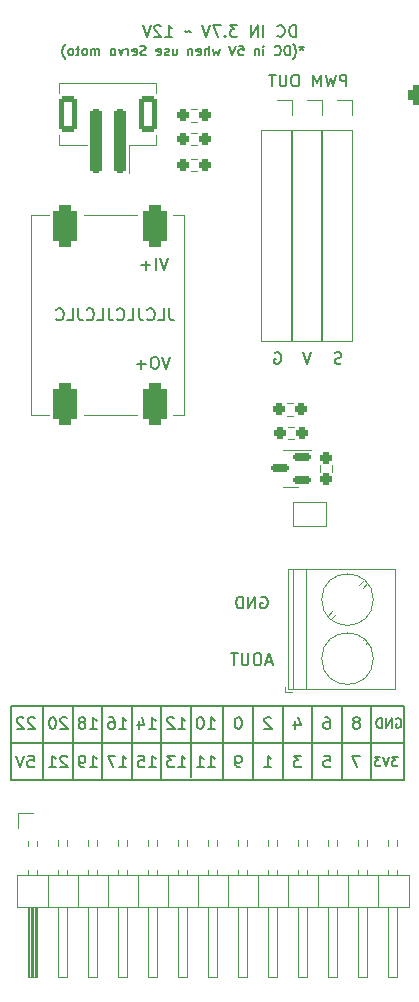
<source format=gbo>
G04 #@! TF.GenerationSoftware,KiCad,Pcbnew,(6.0.7)*
G04 #@! TF.CreationDate,2023-01-29T13:56:44+08:00*
G04 #@! TF.ProjectId,mainBoard,6d61696e-426f-4617-9264-2e6b69636164,rev?*
G04 #@! TF.SameCoordinates,Original*
G04 #@! TF.FileFunction,Legend,Bot*
G04 #@! TF.FilePolarity,Positive*
%FSLAX46Y46*%
G04 Gerber Fmt 4.6, Leading zero omitted, Abs format (unit mm)*
G04 Created by KiCad (PCBNEW (6.0.7)) date 2023-01-29 13:56:44*
%MOMM*%
%LPD*%
G01*
G04 APERTURE LIST*
G04 Aperture macros list*
%AMRoundRect*
0 Rectangle with rounded corners*
0 $1 Rounding radius*
0 $2 $3 $4 $5 $6 $7 $8 $9 X,Y pos of 4 corners*
0 Add a 4 corners polygon primitive as box body*
4,1,4,$2,$3,$4,$5,$6,$7,$8,$9,$2,$3,0*
0 Add four circle primitives for the rounded corners*
1,1,$1+$1,$2,$3*
1,1,$1+$1,$4,$5*
1,1,$1+$1,$6,$7*
1,1,$1+$1,$8,$9*
0 Add four rect primitives between the rounded corners*
20,1,$1+$1,$2,$3,$4,$5,0*
20,1,$1+$1,$4,$5,$6,$7,0*
20,1,$1+$1,$6,$7,$8,$9,0*
20,1,$1+$1,$8,$9,$2,$3,0*%
G04 Aperture macros list end*
%ADD10C,0.150000*%
%ADD11C,0.120000*%
%ADD12R,1.700000X1.700000*%
%ADD13O,1.700000X1.700000*%
%ADD14C,3.000000*%
%ADD15RoundRect,0.425000X-0.425000X-0.425000X0.425000X-0.425000X0.425000X0.425000X-0.425000X0.425000X0*%
%ADD16C,1.700000*%
%ADD17C,2.100000*%
%ADD18RoundRect,0.237500X0.237500X-0.250000X0.237500X0.250000X-0.237500X0.250000X-0.237500X-0.250000X0*%
%ADD19RoundRect,0.500000X-0.500000X1.250000X-0.500000X-1.250000X0.500000X-1.250000X0.500000X1.250000X0*%
%ADD20R,1.000000X1.500000*%
%ADD21RoundRect,0.150000X0.587500X0.150000X-0.587500X0.150000X-0.587500X-0.150000X0.587500X-0.150000X0*%
%ADD22RoundRect,0.237500X0.250000X0.237500X-0.250000X0.237500X-0.250000X-0.237500X0.250000X-0.237500X0*%
%ADD23R,2.600000X2.600000*%
%ADD24C,2.600000*%
%ADD25RoundRect,0.250000X0.250000X2.500000X-0.250000X2.500000X-0.250000X-2.500000X0.250000X-2.500000X0*%
%ADD26RoundRect,0.250000X0.550000X1.250000X-0.550000X1.250000X-0.550000X-1.250000X0.550000X-1.250000X0*%
%ADD27RoundRect,0.237500X-0.250000X-0.237500X0.250000X-0.237500X0.250000X0.237500X-0.250000X0.237500X0*%
G04 APERTURE END LIST*
D10*
X141750000Y-122000000D02*
X141750000Y-128250000D01*
X131500000Y-125125000D02*
X164750000Y-125125000D01*
X139250000Y-122000000D02*
X139250000Y-128250000D01*
X131500000Y-122000000D02*
X164750000Y-122000000D01*
X164750000Y-122000000D02*
X164750000Y-128250000D01*
X164750000Y-128250000D02*
X131500000Y-128250000D01*
X131500000Y-128250000D02*
X131500000Y-122000000D01*
X149500000Y-122000000D02*
X149500000Y-128250000D01*
X152000000Y-128250000D02*
X152000000Y-122000000D01*
X157000000Y-122000000D02*
X157000000Y-128250000D01*
X136750000Y-122000000D02*
X136750000Y-128250000D01*
X154500000Y-122000000D02*
X154500000Y-128250000D01*
X159500000Y-122000000D02*
X159500000Y-128250000D01*
X162000000Y-122000000D02*
X162000000Y-128250000D01*
X146750000Y-122000000D02*
X146750000Y-128000000D01*
X144250000Y-122000000D02*
X144250000Y-128250000D01*
X134250000Y-122000000D02*
X134250000Y-128250000D01*
X155629714Y-65349380D02*
X155629714Y-64349380D01*
X155391619Y-64349380D01*
X155248761Y-64397000D01*
X155153523Y-64492238D01*
X155105904Y-64587476D01*
X155058285Y-64777952D01*
X155058285Y-64920809D01*
X155105904Y-65111285D01*
X155153523Y-65206523D01*
X155248761Y-65301761D01*
X155391619Y-65349380D01*
X155629714Y-65349380D01*
X154058285Y-65254142D02*
X154105904Y-65301761D01*
X154248761Y-65349380D01*
X154344000Y-65349380D01*
X154486857Y-65301761D01*
X154582095Y-65206523D01*
X154629714Y-65111285D01*
X154677333Y-64920809D01*
X154677333Y-64777952D01*
X154629714Y-64587476D01*
X154582095Y-64492238D01*
X154486857Y-64397000D01*
X154344000Y-64349380D01*
X154248761Y-64349380D01*
X154105904Y-64397000D01*
X154058285Y-64444619D01*
X152867809Y-65349380D02*
X152867809Y-64349380D01*
X152391619Y-65349380D02*
X152391619Y-64349380D01*
X151820190Y-65349380D01*
X151820190Y-64349380D01*
X150677333Y-64349380D02*
X150058285Y-64349380D01*
X150391619Y-64730333D01*
X150248761Y-64730333D01*
X150153523Y-64777952D01*
X150105904Y-64825571D01*
X150058285Y-64920809D01*
X150058285Y-65158904D01*
X150105904Y-65254142D01*
X150153523Y-65301761D01*
X150248761Y-65349380D01*
X150534476Y-65349380D01*
X150629714Y-65301761D01*
X150677333Y-65254142D01*
X149629714Y-65254142D02*
X149582095Y-65301761D01*
X149629714Y-65349380D01*
X149677333Y-65301761D01*
X149629714Y-65254142D01*
X149629714Y-65349380D01*
X149248761Y-64349380D02*
X148582095Y-64349380D01*
X149010666Y-65349380D01*
X148344000Y-64349380D02*
X148010666Y-65349380D01*
X147677333Y-64349380D01*
X146724952Y-64968428D02*
X146677333Y-64920809D01*
X146582095Y-64873190D01*
X146391619Y-64968428D01*
X146296380Y-64920809D01*
X146248761Y-64873190D01*
X144582095Y-65349380D02*
X145153523Y-65349380D01*
X144867809Y-65349380D02*
X144867809Y-64349380D01*
X144963047Y-64492238D01*
X145058285Y-64587476D01*
X145153523Y-64635095D01*
X144201142Y-64444619D02*
X144153523Y-64397000D01*
X144058285Y-64349380D01*
X143820190Y-64349380D01*
X143724952Y-64397000D01*
X143677333Y-64444619D01*
X143629714Y-64539857D01*
X143629714Y-64635095D01*
X143677333Y-64777952D01*
X144248761Y-65349380D01*
X143629714Y-65349380D01*
X143344000Y-64349380D02*
X143010666Y-65349380D01*
X142677333Y-64349380D01*
X143190476Y-127202380D02*
X143761904Y-127202380D01*
X143476190Y-127202380D02*
X143476190Y-126202380D01*
X143571428Y-126345238D01*
X143666666Y-126440476D01*
X143761904Y-126488095D01*
X142285714Y-126202380D02*
X142761904Y-126202380D01*
X142809523Y-126678571D01*
X142761904Y-126630952D01*
X142666666Y-126583333D01*
X142428571Y-126583333D01*
X142333333Y-126630952D01*
X142285714Y-126678571D01*
X142238095Y-126773809D01*
X142238095Y-127011904D01*
X142285714Y-127107142D01*
X142333333Y-127154761D01*
X142428571Y-127202380D01*
X142666666Y-127202380D01*
X142761904Y-127154761D01*
X142809523Y-127107142D01*
X140690476Y-123952380D02*
X141261904Y-123952380D01*
X140976190Y-123952380D02*
X140976190Y-122952380D01*
X141071428Y-123095238D01*
X141166666Y-123190476D01*
X141261904Y-123238095D01*
X139833333Y-122952380D02*
X140023809Y-122952380D01*
X140119047Y-123000000D01*
X140166666Y-123047619D01*
X140261904Y-123190476D01*
X140309523Y-123380952D01*
X140309523Y-123761904D01*
X140261904Y-123857142D01*
X140214285Y-123904761D01*
X140119047Y-123952380D01*
X139928571Y-123952380D01*
X139833333Y-123904761D01*
X139785714Y-123857142D01*
X139738095Y-123761904D01*
X139738095Y-123523809D01*
X139785714Y-123428571D01*
X139833333Y-123380952D01*
X139928571Y-123333333D01*
X140119047Y-123333333D01*
X140214285Y-123380952D01*
X140261904Y-123428571D01*
X140309523Y-123523809D01*
X145690476Y-123952380D02*
X146261904Y-123952380D01*
X145976190Y-123952380D02*
X145976190Y-122952380D01*
X146071428Y-123095238D01*
X146166666Y-123190476D01*
X146261904Y-123238095D01*
X145309523Y-123047619D02*
X145261904Y-123000000D01*
X145166666Y-122952380D01*
X144928571Y-122952380D01*
X144833333Y-123000000D01*
X144785714Y-123047619D01*
X144738095Y-123142857D01*
X144738095Y-123238095D01*
X144785714Y-123380952D01*
X145357142Y-123952380D01*
X144738095Y-123952380D01*
X164109523Y-123100000D02*
X164185714Y-123061904D01*
X164300000Y-123061904D01*
X164414285Y-123100000D01*
X164490476Y-123176190D01*
X164528571Y-123252380D01*
X164566666Y-123404761D01*
X164566666Y-123519047D01*
X164528571Y-123671428D01*
X164490476Y-123747619D01*
X164414285Y-123823809D01*
X164300000Y-123861904D01*
X164223809Y-123861904D01*
X164109523Y-123823809D01*
X164071428Y-123785714D01*
X164071428Y-123519047D01*
X164223809Y-123519047D01*
X163728571Y-123861904D02*
X163728571Y-123061904D01*
X163271428Y-123861904D01*
X163271428Y-123061904D01*
X162890476Y-123861904D02*
X162890476Y-123061904D01*
X162700000Y-123061904D01*
X162585714Y-123100000D01*
X162509523Y-123176190D01*
X162471428Y-123252380D01*
X162433333Y-123404761D01*
X162433333Y-123519047D01*
X162471428Y-123671428D01*
X162509523Y-123747619D01*
X162585714Y-123823809D01*
X162700000Y-123861904D01*
X162890476Y-123861904D01*
X158011904Y-126202380D02*
X158488095Y-126202380D01*
X158535714Y-126678571D01*
X158488095Y-126630952D01*
X158392857Y-126583333D01*
X158154761Y-126583333D01*
X158059523Y-126630952D01*
X158011904Y-126678571D01*
X157964285Y-126773809D01*
X157964285Y-127011904D01*
X158011904Y-127107142D01*
X158059523Y-127154761D01*
X158154761Y-127202380D01*
X158392857Y-127202380D01*
X158488095Y-127154761D01*
X158535714Y-127107142D01*
X159914285Y-69552380D02*
X159914285Y-68552380D01*
X159533333Y-68552380D01*
X159438095Y-68600000D01*
X159390476Y-68647619D01*
X159342857Y-68742857D01*
X159342857Y-68885714D01*
X159390476Y-68980952D01*
X159438095Y-69028571D01*
X159533333Y-69076190D01*
X159914285Y-69076190D01*
X159009523Y-68552380D02*
X158771428Y-69552380D01*
X158580952Y-68838095D01*
X158390476Y-69552380D01*
X158152380Y-68552380D01*
X157771428Y-69552380D02*
X157771428Y-68552380D01*
X157438095Y-69266666D01*
X157104761Y-68552380D01*
X157104761Y-69552380D01*
X155676190Y-68552380D02*
X155485714Y-68552380D01*
X155390476Y-68600000D01*
X155295238Y-68695238D01*
X155247619Y-68885714D01*
X155247619Y-69219047D01*
X155295238Y-69409523D01*
X155390476Y-69504761D01*
X155485714Y-69552380D01*
X155676190Y-69552380D01*
X155771428Y-69504761D01*
X155866666Y-69409523D01*
X155914285Y-69219047D01*
X155914285Y-68885714D01*
X155866666Y-68695238D01*
X155771428Y-68600000D01*
X155676190Y-68552380D01*
X154819047Y-68552380D02*
X154819047Y-69361904D01*
X154771428Y-69457142D01*
X154723809Y-69504761D01*
X154628571Y-69552380D01*
X154438095Y-69552380D01*
X154342857Y-69504761D01*
X154295238Y-69457142D01*
X154247619Y-69361904D01*
X154247619Y-68552380D01*
X153914285Y-68552380D02*
X153342857Y-68552380D01*
X153628571Y-69552380D02*
X153628571Y-68552380D01*
X148190476Y-127202380D02*
X148761904Y-127202380D01*
X148476190Y-127202380D02*
X148476190Y-126202380D01*
X148571428Y-126345238D01*
X148666666Y-126440476D01*
X148761904Y-126488095D01*
X147238095Y-127202380D02*
X147809523Y-127202380D01*
X147523809Y-127202380D02*
X147523809Y-126202380D01*
X147619047Y-126345238D01*
X147714285Y-126440476D01*
X147809523Y-126488095D01*
X160845238Y-123380952D02*
X160940476Y-123333333D01*
X160988095Y-123285714D01*
X161035714Y-123190476D01*
X161035714Y-123142857D01*
X160988095Y-123047619D01*
X160940476Y-123000000D01*
X160845238Y-122952380D01*
X160654761Y-122952380D01*
X160559523Y-123000000D01*
X160511904Y-123047619D01*
X160464285Y-123142857D01*
X160464285Y-123190476D01*
X160511904Y-123285714D01*
X160559523Y-123333333D01*
X160654761Y-123380952D01*
X160845238Y-123380952D01*
X160940476Y-123428571D01*
X160988095Y-123476190D01*
X161035714Y-123571428D01*
X161035714Y-123761904D01*
X160988095Y-123857142D01*
X160940476Y-123904761D01*
X160845238Y-123952380D01*
X160654761Y-123952380D01*
X160559523Y-123904761D01*
X160511904Y-123857142D01*
X160464285Y-123761904D01*
X160464285Y-123571428D01*
X160511904Y-123476190D01*
X160559523Y-123428571D01*
X160654761Y-123380952D01*
X140690476Y-127202380D02*
X141261904Y-127202380D01*
X140976190Y-127202380D02*
X140976190Y-126202380D01*
X141071428Y-126345238D01*
X141166666Y-126440476D01*
X141261904Y-126488095D01*
X140357142Y-126202380D02*
X139690476Y-126202380D01*
X140119047Y-127202380D01*
X132940476Y-126202380D02*
X133416666Y-126202380D01*
X133464285Y-126678571D01*
X133416666Y-126630952D01*
X133321428Y-126583333D01*
X133083333Y-126583333D01*
X132988095Y-126630952D01*
X132940476Y-126678571D01*
X132892857Y-126773809D01*
X132892857Y-127011904D01*
X132940476Y-127107142D01*
X132988095Y-127154761D01*
X133083333Y-127202380D01*
X133321428Y-127202380D01*
X133416666Y-127154761D01*
X133464285Y-127107142D01*
X132607142Y-126202380D02*
X132273809Y-127202380D01*
X131940476Y-126202380D01*
X156933333Y-92052380D02*
X156600000Y-93052380D01*
X156266666Y-92052380D01*
X150940476Y-127202380D02*
X150750000Y-127202380D01*
X150654761Y-127154761D01*
X150607142Y-127107142D01*
X150511904Y-126964285D01*
X150464285Y-126773809D01*
X150464285Y-126392857D01*
X150511904Y-126297619D01*
X150559523Y-126250000D01*
X150654761Y-126202380D01*
X150845238Y-126202380D01*
X150940476Y-126250000D01*
X150988095Y-126297619D01*
X151035714Y-126392857D01*
X151035714Y-126630952D01*
X150988095Y-126726190D01*
X150940476Y-126773809D01*
X150845238Y-126821428D01*
X150654761Y-126821428D01*
X150559523Y-126773809D01*
X150511904Y-126726190D01*
X150464285Y-126630952D01*
X158059523Y-122952380D02*
X158250000Y-122952380D01*
X158345238Y-123000000D01*
X158392857Y-123047619D01*
X158488095Y-123190476D01*
X158535714Y-123380952D01*
X158535714Y-123761904D01*
X158488095Y-123857142D01*
X158440476Y-123904761D01*
X158345238Y-123952380D01*
X158154761Y-123952380D01*
X158059523Y-123904761D01*
X158011904Y-123857142D01*
X157964285Y-123761904D01*
X157964285Y-123523809D01*
X158011904Y-123428571D01*
X158059523Y-123380952D01*
X158154761Y-123333333D01*
X158345238Y-123333333D01*
X158440476Y-123380952D01*
X158488095Y-123428571D01*
X158535714Y-123523809D01*
X153838095Y-92100000D02*
X153933333Y-92052380D01*
X154076190Y-92052380D01*
X154219047Y-92100000D01*
X154314285Y-92195238D01*
X154361904Y-92290476D01*
X154409523Y-92480952D01*
X154409523Y-92623809D01*
X154361904Y-92814285D01*
X154314285Y-92909523D01*
X154219047Y-93004761D01*
X154076190Y-93052380D01*
X153980952Y-93052380D01*
X153838095Y-93004761D01*
X153790476Y-92957142D01*
X153790476Y-92623809D01*
X153980952Y-92623809D01*
X148190476Y-123952380D02*
X148761904Y-123952380D01*
X148476190Y-123952380D02*
X148476190Y-122952380D01*
X148571428Y-123095238D01*
X148666666Y-123190476D01*
X148761904Y-123238095D01*
X147571428Y-122952380D02*
X147476190Y-122952380D01*
X147380952Y-123000000D01*
X147333333Y-123047619D01*
X147285714Y-123142857D01*
X147238095Y-123333333D01*
X147238095Y-123571428D01*
X147285714Y-123761904D01*
X147333333Y-123857142D01*
X147380952Y-123904761D01*
X147476190Y-123952380D01*
X147571428Y-123952380D01*
X147666666Y-123904761D01*
X147714285Y-123857142D01*
X147761904Y-123761904D01*
X147809523Y-123571428D01*
X147809523Y-123333333D01*
X147761904Y-123142857D01*
X147714285Y-123047619D01*
X147666666Y-123000000D01*
X147571428Y-122952380D01*
X133511904Y-123047619D02*
X133464285Y-123000000D01*
X133369047Y-122952380D01*
X133130952Y-122952380D01*
X133035714Y-123000000D01*
X132988095Y-123047619D01*
X132940476Y-123142857D01*
X132940476Y-123238095D01*
X132988095Y-123380952D01*
X133559523Y-123952380D01*
X132940476Y-123952380D01*
X132559523Y-123047619D02*
X132511904Y-123000000D01*
X132416666Y-122952380D01*
X132178571Y-122952380D01*
X132083333Y-123000000D01*
X132035714Y-123047619D01*
X131988095Y-123142857D01*
X131988095Y-123238095D01*
X132035714Y-123380952D01*
X132607142Y-123952380D01*
X131988095Y-123952380D01*
X153535714Y-123047619D02*
X153488095Y-123000000D01*
X153392857Y-122952380D01*
X153154761Y-122952380D01*
X153059523Y-123000000D01*
X153011904Y-123047619D01*
X152964285Y-123142857D01*
X152964285Y-123238095D01*
X153011904Y-123380952D01*
X153583333Y-123952380D01*
X152964285Y-123952380D01*
X164240476Y-126311904D02*
X163745238Y-126311904D01*
X164011904Y-126616666D01*
X163897619Y-126616666D01*
X163821428Y-126654761D01*
X163783333Y-126692857D01*
X163745238Y-126769047D01*
X163745238Y-126959523D01*
X163783333Y-127035714D01*
X163821428Y-127073809D01*
X163897619Y-127111904D01*
X164126190Y-127111904D01*
X164202380Y-127073809D01*
X164240476Y-127035714D01*
X163516666Y-126311904D02*
X163250000Y-127111904D01*
X162983333Y-126311904D01*
X162792857Y-126311904D02*
X162297619Y-126311904D01*
X162564285Y-126616666D01*
X162450000Y-126616666D01*
X162373809Y-126654761D01*
X162335714Y-126692857D01*
X162297619Y-126769047D01*
X162297619Y-126959523D01*
X162335714Y-127035714D01*
X162373809Y-127073809D01*
X162450000Y-127111904D01*
X162678571Y-127111904D01*
X162754761Y-127073809D01*
X162792857Y-127035714D01*
X159485714Y-93004761D02*
X159342857Y-93052380D01*
X159104761Y-93052380D01*
X159009523Y-93004761D01*
X158961904Y-92957142D01*
X158914285Y-92861904D01*
X158914285Y-92766666D01*
X158961904Y-92671428D01*
X159009523Y-92623809D01*
X159104761Y-92576190D01*
X159295238Y-92528571D01*
X159390476Y-92480952D01*
X159438095Y-92433333D01*
X159485714Y-92338095D01*
X159485714Y-92242857D01*
X159438095Y-92147619D01*
X159390476Y-92100000D01*
X159295238Y-92052380D01*
X159057142Y-92052380D01*
X158914285Y-92100000D01*
X155559523Y-123285714D02*
X155559523Y-123952380D01*
X155797619Y-122904761D02*
X156035714Y-123619047D01*
X155416666Y-123619047D01*
X145690476Y-127202380D02*
X146261904Y-127202380D01*
X145976190Y-127202380D02*
X145976190Y-126202380D01*
X146071428Y-126345238D01*
X146166666Y-126440476D01*
X146261904Y-126488095D01*
X145357142Y-126202380D02*
X144738095Y-126202380D01*
X145071428Y-126583333D01*
X144928571Y-126583333D01*
X144833333Y-126630952D01*
X144785714Y-126678571D01*
X144738095Y-126773809D01*
X144738095Y-127011904D01*
X144785714Y-127107142D01*
X144833333Y-127154761D01*
X144928571Y-127202380D01*
X145214285Y-127202380D01*
X145309523Y-127154761D01*
X145357142Y-127107142D01*
X156126190Y-66109904D02*
X156126190Y-66300380D01*
X156316666Y-66224190D02*
X156126190Y-66300380D01*
X155935714Y-66224190D01*
X156240476Y-66452761D02*
X156126190Y-66300380D01*
X156011904Y-66452761D01*
X155402380Y-67214666D02*
X155440476Y-67176571D01*
X155516666Y-67062285D01*
X155554761Y-66986095D01*
X155592857Y-66871809D01*
X155630952Y-66681333D01*
X155630952Y-66528952D01*
X155592857Y-66338476D01*
X155554761Y-66224190D01*
X155516666Y-66148000D01*
X155440476Y-66033714D01*
X155402380Y-65995619D01*
X155097619Y-66909904D02*
X155097619Y-66109904D01*
X154907142Y-66109904D01*
X154792857Y-66148000D01*
X154716666Y-66224190D01*
X154678571Y-66300380D01*
X154640476Y-66452761D01*
X154640476Y-66567047D01*
X154678571Y-66719428D01*
X154716666Y-66795619D01*
X154792857Y-66871809D01*
X154907142Y-66909904D01*
X155097619Y-66909904D01*
X153840476Y-66833714D02*
X153878571Y-66871809D01*
X153992857Y-66909904D01*
X154069047Y-66909904D01*
X154183333Y-66871809D01*
X154259523Y-66795619D01*
X154297619Y-66719428D01*
X154335714Y-66567047D01*
X154335714Y-66452761D01*
X154297619Y-66300380D01*
X154259523Y-66224190D01*
X154183333Y-66148000D01*
X154069047Y-66109904D01*
X153992857Y-66109904D01*
X153878571Y-66148000D01*
X153840476Y-66186095D01*
X152888095Y-66909904D02*
X152888095Y-66376571D01*
X152888095Y-66109904D02*
X152926190Y-66148000D01*
X152888095Y-66186095D01*
X152850000Y-66148000D01*
X152888095Y-66109904D01*
X152888095Y-66186095D01*
X152507142Y-66376571D02*
X152507142Y-66909904D01*
X152507142Y-66452761D02*
X152469047Y-66414666D01*
X152392857Y-66376571D01*
X152278571Y-66376571D01*
X152202380Y-66414666D01*
X152164285Y-66490857D01*
X152164285Y-66909904D01*
X150792857Y-66109904D02*
X151173809Y-66109904D01*
X151211904Y-66490857D01*
X151173809Y-66452761D01*
X151097619Y-66414666D01*
X150907142Y-66414666D01*
X150830952Y-66452761D01*
X150792857Y-66490857D01*
X150754761Y-66567047D01*
X150754761Y-66757523D01*
X150792857Y-66833714D01*
X150830952Y-66871809D01*
X150907142Y-66909904D01*
X151097619Y-66909904D01*
X151173809Y-66871809D01*
X151211904Y-66833714D01*
X150526190Y-66109904D02*
X150259523Y-66909904D01*
X149992857Y-66109904D01*
X149192857Y-66376571D02*
X149040476Y-66909904D01*
X148888095Y-66528952D01*
X148735714Y-66909904D01*
X148583333Y-66376571D01*
X148278571Y-66909904D02*
X148278571Y-66109904D01*
X147935714Y-66909904D02*
X147935714Y-66490857D01*
X147973809Y-66414666D01*
X148050000Y-66376571D01*
X148164285Y-66376571D01*
X148240476Y-66414666D01*
X148278571Y-66452761D01*
X147250000Y-66871809D02*
X147326190Y-66909904D01*
X147478571Y-66909904D01*
X147554761Y-66871809D01*
X147592857Y-66795619D01*
X147592857Y-66490857D01*
X147554761Y-66414666D01*
X147478571Y-66376571D01*
X147326190Y-66376571D01*
X147250000Y-66414666D01*
X147211904Y-66490857D01*
X147211904Y-66567047D01*
X147592857Y-66643238D01*
X146869047Y-66376571D02*
X146869047Y-66909904D01*
X146869047Y-66452761D02*
X146830952Y-66414666D01*
X146754761Y-66376571D01*
X146640476Y-66376571D01*
X146564285Y-66414666D01*
X146526190Y-66490857D01*
X146526190Y-66909904D01*
X145192857Y-66376571D02*
X145192857Y-66909904D01*
X145535714Y-66376571D02*
X145535714Y-66795619D01*
X145497619Y-66871809D01*
X145421428Y-66909904D01*
X145307142Y-66909904D01*
X145230952Y-66871809D01*
X145192857Y-66833714D01*
X144850000Y-66871809D02*
X144773809Y-66909904D01*
X144621428Y-66909904D01*
X144545238Y-66871809D01*
X144507142Y-66795619D01*
X144507142Y-66757523D01*
X144545238Y-66681333D01*
X144621428Y-66643238D01*
X144735714Y-66643238D01*
X144811904Y-66605142D01*
X144850000Y-66528952D01*
X144850000Y-66490857D01*
X144811904Y-66414666D01*
X144735714Y-66376571D01*
X144621428Y-66376571D01*
X144545238Y-66414666D01*
X143859523Y-66871809D02*
X143935714Y-66909904D01*
X144088095Y-66909904D01*
X144164285Y-66871809D01*
X144202380Y-66795619D01*
X144202380Y-66490857D01*
X144164285Y-66414666D01*
X144088095Y-66376571D01*
X143935714Y-66376571D01*
X143859523Y-66414666D01*
X143821428Y-66490857D01*
X143821428Y-66567047D01*
X144202380Y-66643238D01*
X142907142Y-66871809D02*
X142792857Y-66909904D01*
X142602380Y-66909904D01*
X142526190Y-66871809D01*
X142488095Y-66833714D01*
X142450000Y-66757523D01*
X142450000Y-66681333D01*
X142488095Y-66605142D01*
X142526190Y-66567047D01*
X142602380Y-66528952D01*
X142754761Y-66490857D01*
X142830952Y-66452761D01*
X142869047Y-66414666D01*
X142907142Y-66338476D01*
X142907142Y-66262285D01*
X142869047Y-66186095D01*
X142830952Y-66148000D01*
X142754761Y-66109904D01*
X142564285Y-66109904D01*
X142450000Y-66148000D01*
X141802380Y-66871809D02*
X141878571Y-66909904D01*
X142030952Y-66909904D01*
X142107142Y-66871809D01*
X142145238Y-66795619D01*
X142145238Y-66490857D01*
X142107142Y-66414666D01*
X142030952Y-66376571D01*
X141878571Y-66376571D01*
X141802380Y-66414666D01*
X141764285Y-66490857D01*
X141764285Y-66567047D01*
X142145238Y-66643238D01*
X141421428Y-66909904D02*
X141421428Y-66376571D01*
X141421428Y-66528952D02*
X141383333Y-66452761D01*
X141345238Y-66414666D01*
X141269047Y-66376571D01*
X141192857Y-66376571D01*
X141002380Y-66376571D02*
X140811904Y-66909904D01*
X140621428Y-66376571D01*
X140202380Y-66909904D02*
X140278571Y-66871809D01*
X140316666Y-66833714D01*
X140354761Y-66757523D01*
X140354761Y-66528952D01*
X140316666Y-66452761D01*
X140278571Y-66414666D01*
X140202380Y-66376571D01*
X140088095Y-66376571D01*
X140011904Y-66414666D01*
X139973809Y-66452761D01*
X139935714Y-66528952D01*
X139935714Y-66757523D01*
X139973809Y-66833714D01*
X140011904Y-66871809D01*
X140088095Y-66909904D01*
X140202380Y-66909904D01*
X138983333Y-66909904D02*
X138983333Y-66376571D01*
X138983333Y-66452761D02*
X138945238Y-66414666D01*
X138869047Y-66376571D01*
X138754761Y-66376571D01*
X138678571Y-66414666D01*
X138640476Y-66490857D01*
X138640476Y-66909904D01*
X138640476Y-66490857D02*
X138602380Y-66414666D01*
X138526190Y-66376571D01*
X138411904Y-66376571D01*
X138335714Y-66414666D01*
X138297619Y-66490857D01*
X138297619Y-66909904D01*
X137802380Y-66909904D02*
X137878571Y-66871809D01*
X137916666Y-66833714D01*
X137954761Y-66757523D01*
X137954761Y-66528952D01*
X137916666Y-66452761D01*
X137878571Y-66414666D01*
X137802380Y-66376571D01*
X137688095Y-66376571D01*
X137611904Y-66414666D01*
X137573809Y-66452761D01*
X137535714Y-66528952D01*
X137535714Y-66757523D01*
X137573809Y-66833714D01*
X137611904Y-66871809D01*
X137688095Y-66909904D01*
X137802380Y-66909904D01*
X137307142Y-66376571D02*
X137002380Y-66376571D01*
X137192857Y-66109904D02*
X137192857Y-66795619D01*
X137154761Y-66871809D01*
X137078571Y-66909904D01*
X137002380Y-66909904D01*
X136621428Y-66909904D02*
X136697619Y-66871809D01*
X136735714Y-66833714D01*
X136773809Y-66757523D01*
X136773809Y-66528952D01*
X136735714Y-66452761D01*
X136697619Y-66414666D01*
X136621428Y-66376571D01*
X136507142Y-66376571D01*
X136430952Y-66414666D01*
X136392857Y-66452761D01*
X136354761Y-66528952D01*
X136354761Y-66757523D01*
X136392857Y-66833714D01*
X136430952Y-66871809D01*
X136507142Y-66909904D01*
X136621428Y-66909904D01*
X136088095Y-67214666D02*
X136050000Y-67176571D01*
X135973809Y-67062285D01*
X135935714Y-66986095D01*
X135897619Y-66871809D01*
X135859523Y-66681333D01*
X135859523Y-66528952D01*
X135897619Y-66338476D01*
X135935714Y-66224190D01*
X135973809Y-66148000D01*
X136050000Y-66033714D01*
X136088095Y-65995619D01*
X153566666Y-118266666D02*
X153090476Y-118266666D01*
X153661904Y-118552380D02*
X153328571Y-117552380D01*
X152995238Y-118552380D01*
X152471428Y-117552380D02*
X152280952Y-117552380D01*
X152185714Y-117600000D01*
X152090476Y-117695238D01*
X152042857Y-117885714D01*
X152042857Y-118219047D01*
X152090476Y-118409523D01*
X152185714Y-118504761D01*
X152280952Y-118552380D01*
X152471428Y-118552380D01*
X152566666Y-118504761D01*
X152661904Y-118409523D01*
X152709523Y-118219047D01*
X152709523Y-117885714D01*
X152661904Y-117695238D01*
X152566666Y-117600000D01*
X152471428Y-117552380D01*
X151614285Y-117552380D02*
X151614285Y-118361904D01*
X151566666Y-118457142D01*
X151519047Y-118504761D01*
X151423809Y-118552380D01*
X151233333Y-118552380D01*
X151138095Y-118504761D01*
X151090476Y-118457142D01*
X151042857Y-118361904D01*
X151042857Y-117552380D01*
X150709523Y-117552380D02*
X150138095Y-117552380D01*
X150423809Y-118552380D02*
X150423809Y-117552380D01*
X156083333Y-126202380D02*
X155464285Y-126202380D01*
X155797619Y-126583333D01*
X155654761Y-126583333D01*
X155559523Y-126630952D01*
X155511904Y-126678571D01*
X155464285Y-126773809D01*
X155464285Y-127011904D01*
X155511904Y-127107142D01*
X155559523Y-127154761D01*
X155654761Y-127202380D01*
X155940476Y-127202380D01*
X156035714Y-127154761D01*
X156083333Y-127107142D01*
X152661904Y-112800000D02*
X152757142Y-112752380D01*
X152900000Y-112752380D01*
X153042857Y-112800000D01*
X153138095Y-112895238D01*
X153185714Y-112990476D01*
X153233333Y-113180952D01*
X153233333Y-113323809D01*
X153185714Y-113514285D01*
X153138095Y-113609523D01*
X153042857Y-113704761D01*
X152900000Y-113752380D01*
X152804761Y-113752380D01*
X152661904Y-113704761D01*
X152614285Y-113657142D01*
X152614285Y-113323809D01*
X152804761Y-113323809D01*
X152185714Y-113752380D02*
X152185714Y-112752380D01*
X151614285Y-113752380D01*
X151614285Y-112752380D01*
X151138095Y-113752380D02*
X151138095Y-112752380D01*
X150900000Y-112752380D01*
X150757142Y-112800000D01*
X150661904Y-112895238D01*
X150614285Y-112990476D01*
X150566666Y-113180952D01*
X150566666Y-113323809D01*
X150614285Y-113514285D01*
X150661904Y-113609523D01*
X150757142Y-113704761D01*
X150900000Y-113752380D01*
X151138095Y-113752380D01*
X136261904Y-126297619D02*
X136214285Y-126250000D01*
X136119047Y-126202380D01*
X135880952Y-126202380D01*
X135785714Y-126250000D01*
X135738095Y-126297619D01*
X135690476Y-126392857D01*
X135690476Y-126488095D01*
X135738095Y-126630952D01*
X136309523Y-127202380D01*
X135690476Y-127202380D01*
X134738095Y-127202380D02*
X135309523Y-127202380D01*
X135023809Y-127202380D02*
X135023809Y-126202380D01*
X135119047Y-126345238D01*
X135214285Y-126440476D01*
X135309523Y-126488095D01*
X144919047Y-88352380D02*
X144919047Y-89066666D01*
X144966666Y-89209523D01*
X145061904Y-89304761D01*
X145204761Y-89352380D01*
X145300000Y-89352380D01*
X143966666Y-89352380D02*
X144442857Y-89352380D01*
X144442857Y-88352380D01*
X143061904Y-89257142D02*
X143109523Y-89304761D01*
X143252380Y-89352380D01*
X143347619Y-89352380D01*
X143490476Y-89304761D01*
X143585714Y-89209523D01*
X143633333Y-89114285D01*
X143680952Y-88923809D01*
X143680952Y-88780952D01*
X143633333Y-88590476D01*
X143585714Y-88495238D01*
X143490476Y-88400000D01*
X143347619Y-88352380D01*
X143252380Y-88352380D01*
X143109523Y-88400000D01*
X143061904Y-88447619D01*
X142347619Y-88352380D02*
X142347619Y-89066666D01*
X142395238Y-89209523D01*
X142490476Y-89304761D01*
X142633333Y-89352380D01*
X142728571Y-89352380D01*
X141395238Y-89352380D02*
X141871428Y-89352380D01*
X141871428Y-88352380D01*
X140490476Y-89257142D02*
X140538095Y-89304761D01*
X140680952Y-89352380D01*
X140776190Y-89352380D01*
X140919047Y-89304761D01*
X141014285Y-89209523D01*
X141061904Y-89114285D01*
X141109523Y-88923809D01*
X141109523Y-88780952D01*
X141061904Y-88590476D01*
X141014285Y-88495238D01*
X140919047Y-88400000D01*
X140776190Y-88352380D01*
X140680952Y-88352380D01*
X140538095Y-88400000D01*
X140490476Y-88447619D01*
X139776190Y-88352380D02*
X139776190Y-89066666D01*
X139823809Y-89209523D01*
X139919047Y-89304761D01*
X140061904Y-89352380D01*
X140157142Y-89352380D01*
X138823809Y-89352380D02*
X139300000Y-89352380D01*
X139300000Y-88352380D01*
X137919047Y-89257142D02*
X137966666Y-89304761D01*
X138109523Y-89352380D01*
X138204761Y-89352380D01*
X138347619Y-89304761D01*
X138442857Y-89209523D01*
X138490476Y-89114285D01*
X138538095Y-88923809D01*
X138538095Y-88780952D01*
X138490476Y-88590476D01*
X138442857Y-88495238D01*
X138347619Y-88400000D01*
X138204761Y-88352380D01*
X138109523Y-88352380D01*
X137966666Y-88400000D01*
X137919047Y-88447619D01*
X137204761Y-88352380D02*
X137204761Y-89066666D01*
X137252380Y-89209523D01*
X137347619Y-89304761D01*
X137490476Y-89352380D01*
X137585714Y-89352380D01*
X136252380Y-89352380D02*
X136728571Y-89352380D01*
X136728571Y-88352380D01*
X135347619Y-89257142D02*
X135395238Y-89304761D01*
X135538095Y-89352380D01*
X135633333Y-89352380D01*
X135776190Y-89304761D01*
X135871428Y-89209523D01*
X135919047Y-89114285D01*
X135966666Y-88923809D01*
X135966666Y-88780952D01*
X135919047Y-88590476D01*
X135871428Y-88495238D01*
X135776190Y-88400000D01*
X135633333Y-88352380D01*
X135538095Y-88352380D01*
X135395238Y-88400000D01*
X135347619Y-88447619D01*
X144976190Y-92452380D02*
X144642857Y-93452380D01*
X144309523Y-92452380D01*
X143785714Y-92452380D02*
X143595238Y-92452380D01*
X143500000Y-92500000D01*
X143404761Y-92595238D01*
X143357142Y-92785714D01*
X143357142Y-93119047D01*
X143404761Y-93309523D01*
X143500000Y-93404761D01*
X143595238Y-93452380D01*
X143785714Y-93452380D01*
X143880952Y-93404761D01*
X143976190Y-93309523D01*
X144023809Y-93119047D01*
X144023809Y-92785714D01*
X143976190Y-92595238D01*
X143880952Y-92500000D01*
X143785714Y-92452380D01*
X142928571Y-93071428D02*
X142166666Y-93071428D01*
X142547619Y-93452380D02*
X142547619Y-92690476D01*
X138190476Y-127202380D02*
X138761904Y-127202380D01*
X138476190Y-127202380D02*
X138476190Y-126202380D01*
X138571428Y-126345238D01*
X138666666Y-126440476D01*
X138761904Y-126488095D01*
X137714285Y-127202380D02*
X137523809Y-127202380D01*
X137428571Y-127154761D01*
X137380952Y-127107142D01*
X137285714Y-126964285D01*
X137238095Y-126773809D01*
X137238095Y-126392857D01*
X137285714Y-126297619D01*
X137333333Y-126250000D01*
X137428571Y-126202380D01*
X137619047Y-126202380D01*
X137714285Y-126250000D01*
X137761904Y-126297619D01*
X137809523Y-126392857D01*
X137809523Y-126630952D01*
X137761904Y-126726190D01*
X137714285Y-126773809D01*
X137619047Y-126821428D01*
X137428571Y-126821428D01*
X137333333Y-126773809D01*
X137285714Y-126726190D01*
X137238095Y-126630952D01*
X138190476Y-123952380D02*
X138761904Y-123952380D01*
X138476190Y-123952380D02*
X138476190Y-122952380D01*
X138571428Y-123095238D01*
X138666666Y-123190476D01*
X138761904Y-123238095D01*
X137619047Y-123380952D02*
X137714285Y-123333333D01*
X137761904Y-123285714D01*
X137809523Y-123190476D01*
X137809523Y-123142857D01*
X137761904Y-123047619D01*
X137714285Y-123000000D01*
X137619047Y-122952380D01*
X137428571Y-122952380D01*
X137333333Y-123000000D01*
X137285714Y-123047619D01*
X137238095Y-123142857D01*
X137238095Y-123190476D01*
X137285714Y-123285714D01*
X137333333Y-123333333D01*
X137428571Y-123380952D01*
X137619047Y-123380952D01*
X137714285Y-123428571D01*
X137761904Y-123476190D01*
X137809523Y-123571428D01*
X137809523Y-123761904D01*
X137761904Y-123857142D01*
X137714285Y-123904761D01*
X137619047Y-123952380D01*
X137428571Y-123952380D01*
X137333333Y-123904761D01*
X137285714Y-123857142D01*
X137238095Y-123761904D01*
X137238095Y-123571428D01*
X137285714Y-123476190D01*
X137333333Y-123428571D01*
X137428571Y-123380952D01*
X150797619Y-122952380D02*
X150702380Y-122952380D01*
X150607142Y-123000000D01*
X150559523Y-123047619D01*
X150511904Y-123142857D01*
X150464285Y-123333333D01*
X150464285Y-123571428D01*
X150511904Y-123761904D01*
X150559523Y-123857142D01*
X150607142Y-123904761D01*
X150702380Y-123952380D01*
X150797619Y-123952380D01*
X150892857Y-123904761D01*
X150940476Y-123857142D01*
X150988095Y-123761904D01*
X151035714Y-123571428D01*
X151035714Y-123333333D01*
X150988095Y-123142857D01*
X150940476Y-123047619D01*
X150892857Y-123000000D01*
X150797619Y-122952380D01*
X143190476Y-123952380D02*
X143761904Y-123952380D01*
X143476190Y-123952380D02*
X143476190Y-122952380D01*
X143571428Y-123095238D01*
X143666666Y-123190476D01*
X143761904Y-123238095D01*
X142333333Y-123285714D02*
X142333333Y-123952380D01*
X142571428Y-122904761D02*
X142809523Y-123619047D01*
X142190476Y-123619047D01*
X161083333Y-126202380D02*
X160416666Y-126202380D01*
X160845238Y-127202380D01*
X152964285Y-127202380D02*
X153535714Y-127202380D01*
X153250000Y-127202380D02*
X153250000Y-126202380D01*
X153345238Y-126345238D01*
X153440476Y-126440476D01*
X153535714Y-126488095D01*
X144790476Y-84052380D02*
X144457142Y-85052380D01*
X144123809Y-84052380D01*
X143790476Y-85052380D02*
X143790476Y-84052380D01*
X143314285Y-84671428D02*
X142552380Y-84671428D01*
X142933333Y-85052380D02*
X142933333Y-84290476D01*
X136261904Y-123047619D02*
X136214285Y-123000000D01*
X136119047Y-122952380D01*
X135880952Y-122952380D01*
X135785714Y-123000000D01*
X135738095Y-123047619D01*
X135690476Y-123142857D01*
X135690476Y-123238095D01*
X135738095Y-123380952D01*
X136309523Y-123952380D01*
X135690476Y-123952380D01*
X135071428Y-122952380D02*
X134976190Y-122952380D01*
X134880952Y-123000000D01*
X134833333Y-123047619D01*
X134785714Y-123142857D01*
X134738095Y-123333333D01*
X134738095Y-123571428D01*
X134785714Y-123761904D01*
X134833333Y-123857142D01*
X134880952Y-123904761D01*
X134976190Y-123952380D01*
X135071428Y-123952380D01*
X135166666Y-123904761D01*
X135214285Y-123857142D01*
X135261904Y-123761904D01*
X135309523Y-123571428D01*
X135309523Y-123333333D01*
X135261904Y-123142857D01*
X135214285Y-123047619D01*
X135166666Y-123000000D01*
X135071428Y-122952380D01*
D11*
X157677500Y-102154724D02*
X157677500Y-101645276D01*
X158722500Y-102154724D02*
X158722500Y-101645276D01*
X142200000Y-97400000D02*
X137700000Y-97400000D01*
X133200000Y-88900000D02*
X133200000Y-97400000D01*
X145200000Y-80400000D02*
X146200000Y-80400000D01*
X146200000Y-88900000D02*
X146200000Y-80400000D01*
X133200000Y-88900000D02*
X133200000Y-80400000D01*
X133200000Y-97400000D02*
X134700000Y-97400000D01*
X146200000Y-97400000D02*
X145200000Y-97400000D01*
X142200000Y-80400000D02*
X137700000Y-80400000D01*
X146200000Y-88900000D02*
X146200000Y-97400000D01*
X133200000Y-80400000D02*
X134700000Y-80400000D01*
X155330000Y-70670000D02*
X154000000Y-70670000D01*
X155330000Y-72000000D02*
X155330000Y-70670000D01*
X152670000Y-73270000D02*
X152670000Y-91110000D01*
X155330000Y-91110000D02*
X152670000Y-91110000D01*
X155330000Y-73270000D02*
X152670000Y-73270000D01*
X155330000Y-73270000D02*
X155330000Y-91110000D01*
X155350000Y-104750000D02*
X155350000Y-106750000D01*
X158150000Y-104750000D02*
X155350000Y-104750000D01*
X158150000Y-106750000D02*
X158150000Y-104750000D01*
X155350000Y-106750000D02*
X158150000Y-106750000D01*
X155200000Y-100340000D02*
X154550000Y-100340000D01*
X155200000Y-103460000D02*
X154550000Y-103460000D01*
X155200000Y-103460000D02*
X155850000Y-103460000D01*
X155200000Y-100340000D02*
X156875000Y-100340000D01*
X147254724Y-72522500D02*
X146745276Y-72522500D01*
X147254724Y-71477500D02*
X146745276Y-71477500D01*
X149875000Y-136330000D02*
X149875000Y-138990000D01*
X160925000Y-135932929D02*
X160925000Y-136330000D01*
X165175000Y-136330000D02*
X165175000Y-138990000D01*
X151525000Y-135932929D02*
X151525000Y-136330000D01*
X160035000Y-136330000D02*
X160035000Y-138990000D01*
X163465000Y-138990000D02*
X163465000Y-144990000D01*
X141365000Y-135932929D02*
X141365000Y-136330000D01*
X156605000Y-135932929D02*
X156605000Y-136330000D01*
X133745000Y-133460000D02*
X133745000Y-133847071D01*
X140605000Y-138990000D02*
X140605000Y-144990000D01*
X136285000Y-135932929D02*
X136285000Y-136330000D01*
X150765000Y-144990000D02*
X151525000Y-144990000D01*
X153305000Y-138990000D02*
X153305000Y-144990000D01*
X135525000Y-138990000D02*
X135525000Y-144990000D01*
X132985000Y-138990000D02*
X132985000Y-144990000D01*
X138825000Y-135932929D02*
X138825000Y-136330000D01*
X133745000Y-144990000D02*
X133745000Y-138990000D01*
X153305000Y-135932929D02*
X153305000Y-136330000D01*
X145685000Y-144990000D02*
X146445000Y-144990000D01*
X133365000Y-131080000D02*
X132095000Y-131080000D01*
X160925000Y-144990000D02*
X161685000Y-144990000D01*
X155845000Y-133392929D02*
X155845000Y-133847071D01*
X158385000Y-138990000D02*
X158385000Y-144990000D01*
X137175000Y-136330000D02*
X137175000Y-138990000D01*
X140605000Y-135932929D02*
X140605000Y-136330000D01*
X147335000Y-136330000D02*
X147335000Y-138990000D01*
X153305000Y-144990000D02*
X154065000Y-144990000D01*
X132095000Y-131080000D02*
X132095000Y-132350000D01*
X156605000Y-133392929D02*
X156605000Y-133847071D01*
X143905000Y-144990000D02*
X143905000Y-138990000D01*
X158385000Y-144990000D02*
X159145000Y-144990000D01*
X132985000Y-135932929D02*
X132985000Y-136330000D01*
X164225000Y-133392929D02*
X164225000Y-133847071D01*
X148225000Y-133392929D02*
X148225000Y-133847071D01*
X138825000Y-133392929D02*
X138825000Y-133847071D01*
X146445000Y-144990000D02*
X146445000Y-138990000D01*
X161685000Y-135932929D02*
X161685000Y-136330000D01*
X138065000Y-138990000D02*
X138065000Y-144990000D01*
X143145000Y-138990000D02*
X143145000Y-144990000D01*
X132035000Y-136330000D02*
X165175000Y-136330000D01*
X133165000Y-138990000D02*
X133165000Y-144990000D01*
X132985000Y-144990000D02*
X133745000Y-144990000D01*
X140605000Y-144990000D02*
X141365000Y-144990000D01*
X138065000Y-133392929D02*
X138065000Y-133847071D01*
X159145000Y-144990000D02*
X159145000Y-138990000D01*
X152415000Y-136330000D02*
X152415000Y-138990000D01*
X134635000Y-136330000D02*
X134635000Y-138990000D01*
X145685000Y-133392929D02*
X145685000Y-133847071D01*
X145685000Y-138990000D02*
X145685000Y-144990000D01*
X163465000Y-133392929D02*
X163465000Y-133847071D01*
X135525000Y-135932929D02*
X135525000Y-136330000D01*
X143145000Y-133392929D02*
X143145000Y-133847071D01*
X133045000Y-138990000D02*
X133045000Y-144990000D01*
X141365000Y-133392929D02*
X141365000Y-133847071D01*
X143905000Y-133392929D02*
X143905000Y-133847071D01*
X143145000Y-144990000D02*
X143905000Y-144990000D01*
X136285000Y-144990000D02*
X136285000Y-138990000D01*
X150765000Y-135932929D02*
X150765000Y-136330000D01*
X135525000Y-133392929D02*
X135525000Y-133847071D01*
X133525000Y-138990000D02*
X133525000Y-144990000D01*
X156605000Y-144990000D02*
X156605000Y-138990000D01*
X161685000Y-133392929D02*
X161685000Y-133847071D01*
X159145000Y-133392929D02*
X159145000Y-133847071D01*
X143145000Y-135932929D02*
X143145000Y-136330000D01*
X148985000Y-135932929D02*
X148985000Y-136330000D01*
X163465000Y-135932929D02*
X163465000Y-136330000D01*
X157495000Y-136330000D02*
X157495000Y-138990000D01*
X154955000Y-136330000D02*
X154955000Y-138990000D01*
X158385000Y-133392929D02*
X158385000Y-133847071D01*
X138065000Y-135932929D02*
X138065000Y-136330000D01*
X146445000Y-135932929D02*
X146445000Y-136330000D01*
X135525000Y-144990000D02*
X136285000Y-144990000D01*
X151525000Y-144990000D02*
X151525000Y-138990000D01*
X155845000Y-144990000D02*
X156605000Y-144990000D01*
X143905000Y-135932929D02*
X143905000Y-136330000D01*
X138065000Y-144990000D02*
X138825000Y-144990000D01*
X145685000Y-135932929D02*
X145685000Y-136330000D01*
X132035000Y-138990000D02*
X132035000Y-136330000D01*
X138825000Y-144990000D02*
X138825000Y-138990000D01*
X159145000Y-135932929D02*
X159145000Y-136330000D01*
X139715000Y-136330000D02*
X139715000Y-138990000D01*
X155845000Y-138990000D02*
X155845000Y-144990000D01*
X165175000Y-138990000D02*
X132035000Y-138990000D01*
X162575000Y-136330000D02*
X162575000Y-138990000D01*
X132985000Y-133460000D02*
X132985000Y-133847071D01*
X144795000Y-136330000D02*
X144795000Y-138990000D01*
X150765000Y-138990000D02*
X150765000Y-144990000D01*
X142255000Y-136330000D02*
X142255000Y-138990000D01*
X133285000Y-138990000D02*
X133285000Y-144990000D01*
X164225000Y-135932929D02*
X164225000Y-136330000D01*
X140605000Y-133392929D02*
X140605000Y-133847071D01*
X150765000Y-133392929D02*
X150765000Y-133847071D01*
X164225000Y-144990000D02*
X164225000Y-138990000D01*
X141365000Y-144990000D02*
X141365000Y-138990000D01*
X154065000Y-135932929D02*
X154065000Y-136330000D01*
X148225000Y-138990000D02*
X148225000Y-144990000D01*
X133745000Y-135932929D02*
X133745000Y-136330000D01*
X154065000Y-133392929D02*
X154065000Y-133847071D01*
X158385000Y-135932929D02*
X158385000Y-136330000D01*
X160925000Y-133392929D02*
X160925000Y-133847071D01*
X151525000Y-133392929D02*
X151525000Y-133847071D01*
X153305000Y-133392929D02*
X153305000Y-133847071D01*
X160925000Y-138990000D02*
X160925000Y-144990000D01*
X161685000Y-144990000D02*
X161685000Y-138990000D01*
X133405000Y-138990000D02*
X133405000Y-144990000D01*
X146445000Y-133392929D02*
X146445000Y-133847071D01*
X148225000Y-144990000D02*
X148985000Y-144990000D01*
X148985000Y-144990000D02*
X148985000Y-138990000D01*
X133645000Y-138990000D02*
X133645000Y-144990000D01*
X148225000Y-135932929D02*
X148225000Y-136330000D01*
X163465000Y-144990000D02*
X164225000Y-144990000D01*
X155845000Y-135932929D02*
X155845000Y-136330000D01*
X136285000Y-133392929D02*
X136285000Y-133847071D01*
X148985000Y-133392929D02*
X148985000Y-133847071D01*
X154065000Y-144990000D02*
X154065000Y-138990000D01*
X161654000Y-116612000D02*
X161547000Y-116719000D01*
X156500000Y-120560000D02*
X156500000Y-110440000D01*
X161388000Y-116346000D02*
X161281000Y-116453000D01*
X164060000Y-110440000D02*
X154940000Y-110440000D01*
X161654000Y-111612000D02*
X161274000Y-111992000D01*
X154700000Y-120800000D02*
X154700000Y-120400000D01*
X158453000Y-119282000D02*
X158346000Y-119388000D01*
X155340000Y-120800000D02*
X154700000Y-120800000D01*
X159008000Y-114258000D02*
X158612000Y-114653000D01*
X158726000Y-114007000D02*
X158346000Y-114387000D01*
X164060000Y-120560000D02*
X164060000Y-110440000D01*
X164060000Y-120560000D02*
X154940000Y-120560000D01*
X161388000Y-111346000D02*
X160992000Y-111741000D01*
X158719000Y-119548000D02*
X158612000Y-119654000D01*
X155400000Y-120560000D02*
X155400000Y-110440000D01*
X154940000Y-120560000D02*
X154940000Y-110440000D01*
X162180000Y-118000000D02*
G75*
G03*
X162180000Y-118000000I-2180000J0D01*
G01*
X162180000Y-113000000D02*
G75*
G03*
X162180000Y-113000000I-2180000J0D01*
G01*
X143785000Y-69300000D02*
X135615000Y-69300000D01*
X143785000Y-70150000D02*
X143785000Y-69300000D01*
X143785000Y-73670000D02*
X143785000Y-74520000D01*
X135615000Y-69300000D02*
X135615000Y-70150000D01*
X143785000Y-74520000D02*
X141460000Y-74520000D01*
X135615000Y-74520000D02*
X137940000Y-74520000D01*
X135615000Y-73670000D02*
X135615000Y-74520000D01*
X141460000Y-74520000D02*
X141460000Y-76910000D01*
X157870000Y-73270000D02*
X155210000Y-73270000D01*
X157870000Y-73270000D02*
X157870000Y-91110000D01*
X157870000Y-70670000D02*
X156540000Y-70670000D01*
X157870000Y-72000000D02*
X157870000Y-70670000D01*
X155210000Y-73270000D02*
X155210000Y-91110000D01*
X157870000Y-91110000D02*
X155210000Y-91110000D01*
X154945276Y-99422500D02*
X155454724Y-99422500D01*
X154945276Y-98377500D02*
X155454724Y-98377500D01*
X160410000Y-70670000D02*
X159080000Y-70670000D01*
X160410000Y-73270000D02*
X160410000Y-91110000D01*
X157750000Y-73270000D02*
X157750000Y-91110000D01*
X160410000Y-91110000D02*
X157750000Y-91110000D01*
X160410000Y-73270000D02*
X157750000Y-73270000D01*
X160410000Y-72000000D02*
X160410000Y-70670000D01*
X146745276Y-76722500D02*
X147254724Y-76722500D01*
X146745276Y-75677500D02*
X147254724Y-75677500D01*
X155367224Y-96377500D02*
X154857776Y-96377500D01*
X155367224Y-97422500D02*
X154857776Y-97422500D01*
X147254724Y-74522500D02*
X146745276Y-74522500D01*
X147254724Y-73477500D02*
X146745276Y-73477500D01*
%LPC*%
D12*
X127000000Y-70305000D03*
D13*
X127000000Y-72845000D03*
X127000000Y-75385000D03*
X127000000Y-77925000D03*
X127000000Y-80465000D03*
X127000000Y-83005000D03*
X127000000Y-85545000D03*
X127000000Y-88085000D03*
X127000000Y-90625000D03*
X127000000Y-93165000D03*
X127000000Y-95705000D03*
X127000000Y-98245000D03*
X127000000Y-100785000D03*
X127000000Y-103325000D03*
X127000000Y-105865000D03*
D14*
X170180000Y-137160000D03*
D15*
X165953000Y-70305000D03*
D16*
X165953000Y-72845000D03*
X165953000Y-75385000D03*
X165953000Y-77925000D03*
X165953000Y-80465000D03*
X165953000Y-83005000D03*
X165953000Y-85545000D03*
X165953000Y-88085000D03*
X165953000Y-90625000D03*
X165953000Y-93165000D03*
X165953000Y-95705000D03*
X165953000Y-98245000D03*
X165953000Y-100785000D03*
X165953000Y-103325000D03*
X165953000Y-105865000D03*
X130745000Y-70305000D03*
X130745000Y-72845000D03*
X130745000Y-75385000D03*
X130745000Y-77925000D03*
X130745000Y-80465000D03*
X130745000Y-83005000D03*
X130745000Y-85545000D03*
X130745000Y-88085000D03*
X130745000Y-90625000D03*
X130745000Y-93165000D03*
X130745000Y-95705000D03*
X130745000Y-98245000D03*
X130745000Y-100785000D03*
X130745000Y-103325000D03*
X130745000Y-105865000D03*
D14*
X127000000Y-137160000D03*
X127000000Y-60960000D03*
X161000000Y-61000000D03*
D12*
X170180000Y-70305000D03*
D13*
X170180000Y-72845000D03*
X170180000Y-75385000D03*
X170180000Y-77925000D03*
X170180000Y-80465000D03*
X170180000Y-83005000D03*
X170180000Y-85545000D03*
X170180000Y-88085000D03*
X170180000Y-90625000D03*
X170180000Y-93165000D03*
X170180000Y-95705000D03*
X170180000Y-98245000D03*
X170180000Y-100785000D03*
X170180000Y-103325000D03*
X170180000Y-105865000D03*
D17*
X146100000Y-61200000D03*
D12*
X170180000Y-112000000D03*
D13*
X170180000Y-114540000D03*
X170180000Y-117080000D03*
X170180000Y-119620000D03*
D14*
X170180000Y-60960000D03*
D12*
X127000000Y-112000000D03*
D13*
X127000000Y-114540000D03*
X127000000Y-117080000D03*
X127000000Y-119620000D03*
D17*
X151180000Y-61200000D03*
D18*
X158200000Y-102812500D03*
X158200000Y-100987500D03*
D19*
X143720000Y-81400000D03*
X136100000Y-81400000D03*
X143720000Y-96400000D03*
X136100000Y-96400000D03*
D12*
X154000000Y-72000000D03*
D13*
X154000000Y-74540000D03*
X154000000Y-77080000D03*
X154000000Y-79620000D03*
X154000000Y-82160000D03*
X154000000Y-84700000D03*
X154000000Y-87240000D03*
X154000000Y-89780000D03*
D20*
X156100000Y-105750000D03*
X157400000Y-105750000D03*
D21*
X156137500Y-100950000D03*
X156137500Y-102850000D03*
X154262500Y-101900000D03*
D22*
X147912500Y-72000000D03*
X146087500Y-72000000D03*
D12*
X133365000Y-132350000D03*
D13*
X135905000Y-132350000D03*
X138445000Y-132350000D03*
X140985000Y-132350000D03*
X143525000Y-132350000D03*
X146065000Y-132350000D03*
X148605000Y-132350000D03*
X151145000Y-132350000D03*
X153685000Y-132350000D03*
X156225000Y-132350000D03*
X158765000Y-132350000D03*
X161305000Y-132350000D03*
X163845000Y-132350000D03*
X133365000Y-134890000D03*
X135905000Y-134890000D03*
X138445000Y-134890000D03*
X140985000Y-134890000D03*
X143525000Y-134890000D03*
X146065000Y-134890000D03*
X148605000Y-134890000D03*
X151145000Y-134890000D03*
X153685000Y-134890000D03*
X156225000Y-134890000D03*
X158765000Y-134890000D03*
X161305000Y-134890000D03*
X163845000Y-134890000D03*
D23*
X160000000Y-118000000D03*
D24*
X160000000Y-113000000D03*
D25*
X140700000Y-74160000D03*
X138700000Y-74160000D03*
D26*
X136300000Y-71910000D03*
X143100000Y-71910000D03*
D12*
X156540000Y-72000000D03*
D13*
X156540000Y-74540000D03*
X156540000Y-77080000D03*
X156540000Y-79620000D03*
X156540000Y-82160000D03*
X156540000Y-84700000D03*
X156540000Y-87240000D03*
X156540000Y-89780000D03*
D27*
X154287500Y-98900000D03*
X156112500Y-98900000D03*
D12*
X159080000Y-72000000D03*
D13*
X159080000Y-74540000D03*
X159080000Y-77080000D03*
X159080000Y-79620000D03*
X159080000Y-82160000D03*
X159080000Y-84700000D03*
X159080000Y-87240000D03*
X159080000Y-89780000D03*
D27*
X146087500Y-76200000D03*
X147912500Y-76200000D03*
D22*
X156025000Y-96900000D03*
X154200000Y-96900000D03*
X147912500Y-74000000D03*
X146087500Y-74000000D03*
M02*

</source>
